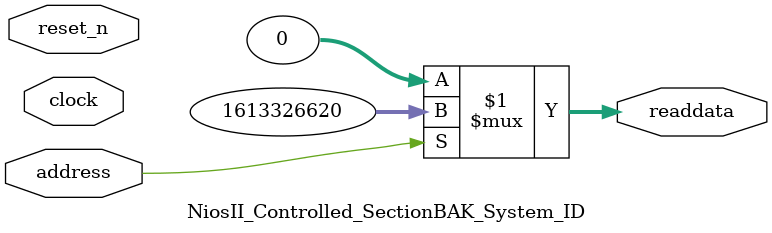
<source format=v>



// synthesis translate_off
`timescale 1ns / 1ps
// synthesis translate_on

// turn off superfluous verilog processor warnings 
// altera message_level Level1 
// altera message_off 10034 10035 10036 10037 10230 10240 10030 

module NiosII_Controlled_SectionBAK_System_ID (
               // inputs:
                address,
                clock,
                reset_n,

               // outputs:
                readdata
             )
;

  output  [ 31: 0] readdata;
  input            address;
  input            clock;
  input            reset_n;

  wire    [ 31: 0] readdata;
  //control_slave, which is an e_avalon_slave
  assign readdata = address ? 1613326620 : 0;

endmodule



</source>
